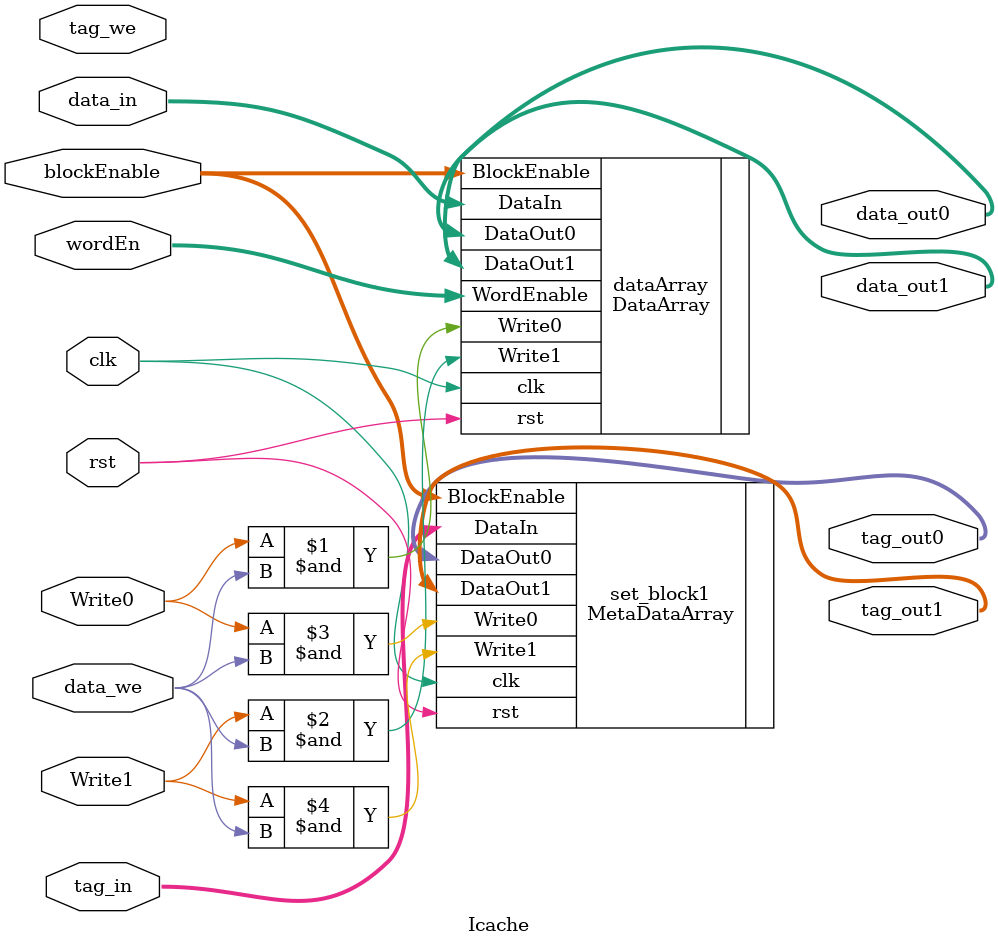
<source format=v>
module Icache(clk, rst, data_we, tag_we, Write0, Write1, wordEn, tag_in, data_in, blockEnable, tag_out0, tag_out1, data_out0, data_out1);
input clk, rst;    
input data_we, tag_we; // write enables for data and tag array
input Write0, Write1; //way selects
input [7:0] wordEn;	//word in the data array
input [7:0] tag_in;	//tag to be stored in tag array
input [15:0] data_in; // data to be stored in data array
input [63:0] blockEnable; // block number in dataArray

output [7:0] tag_out0, tag_out1;	// tag stored at the given location in cache
output [15:0] data_out0, data_out1; //data returned by memory (afterdelay 

DataArray dataArray(.clk(clk), .rst(rst), .DataIn(data_in), .Write0(Write0 & data_we), .Write1(Write1 & data_we), .BlockEnable(blockEnable), .WordEnable(wordEn), .DataOut0(data_out0), .DataOut1(data_out1));
MetaDataArray set_block1(.clk(clk), .rst(rst), .DataIn(tag_in), .Write0(Write0 & data_we), .Write1(Write1 & data_we), .BlockEnable(blockEnable), .DataOut0(tag_out0), .DataOut1(tag_out1));

endmodule

</source>
